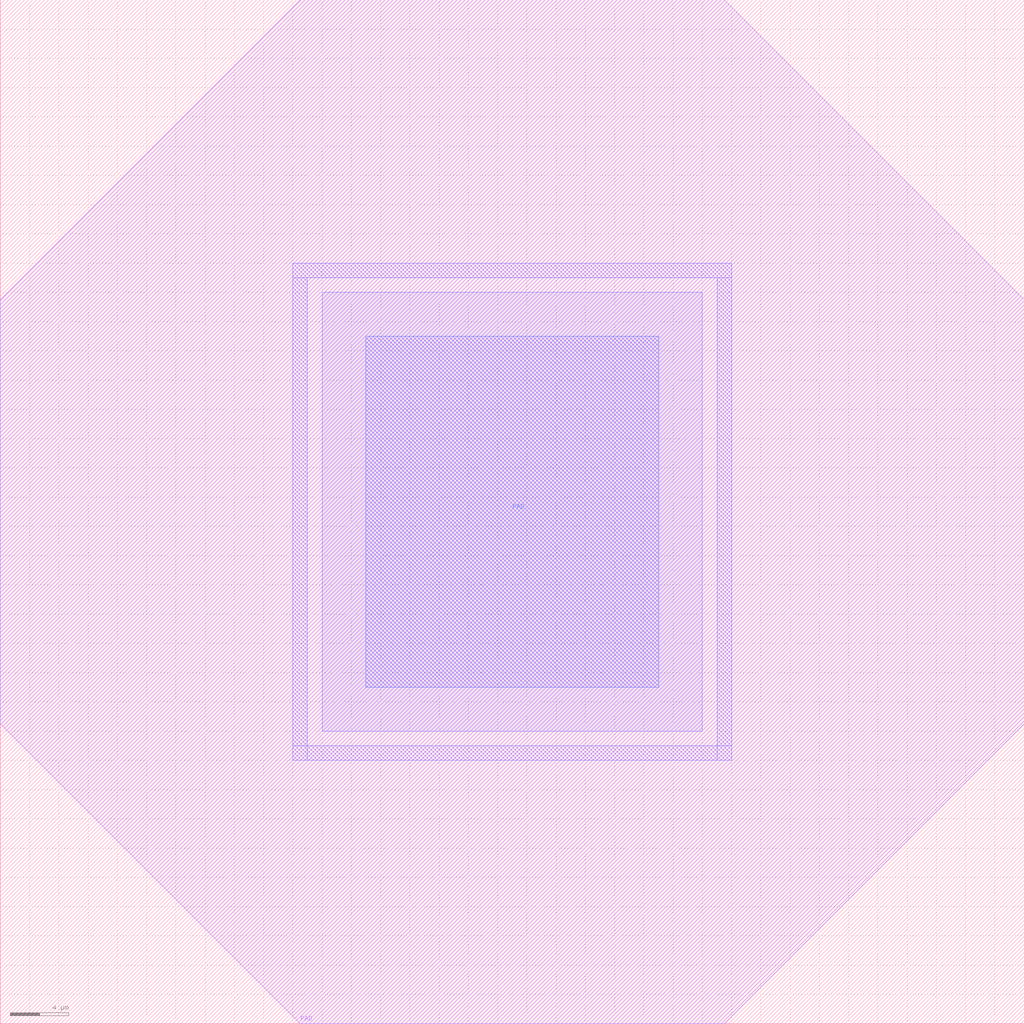
<source format=lef>
VERSION 5.8 ;
BUSBITCHARS "[]" ;
DIVIDERCHAR "/" ;

MACRO C4BUMP
	CLASS COVER BUMP ;
	ORIGIN 0 0 ;
	SIZE 70 BY 70 ;
	SYMMETRY X Y ;
	PIN PAD
		DIRECTION INOUT ;
		USE SIGNAL ;
		PORT
			LAYER metal1 ;
		    		POLYGON 20.5025 0 49.4975 0 70 20.5025 70 49.4975 49.4975 70 20.5025 70 0 49.4975 0 20.5025 ;
		  	LAYER via1 ;
		    		RECT 25 23 45 47 ;
		  	LAYER metal2 ;
		    		RECT 22 20 48 50 ;
		END
	END PAD
	OBS
	  	LAYER metal2 SPACING 0.000 ;
	    		RECT 20 18 50 19 ;
	    		RECT 20 51 50 52 ;
	    		RECT 20 18 21 51 ;
	    		RECT 49 18 50 51 ;
	END
END C4BUMP

END LIBRARY
</source>
